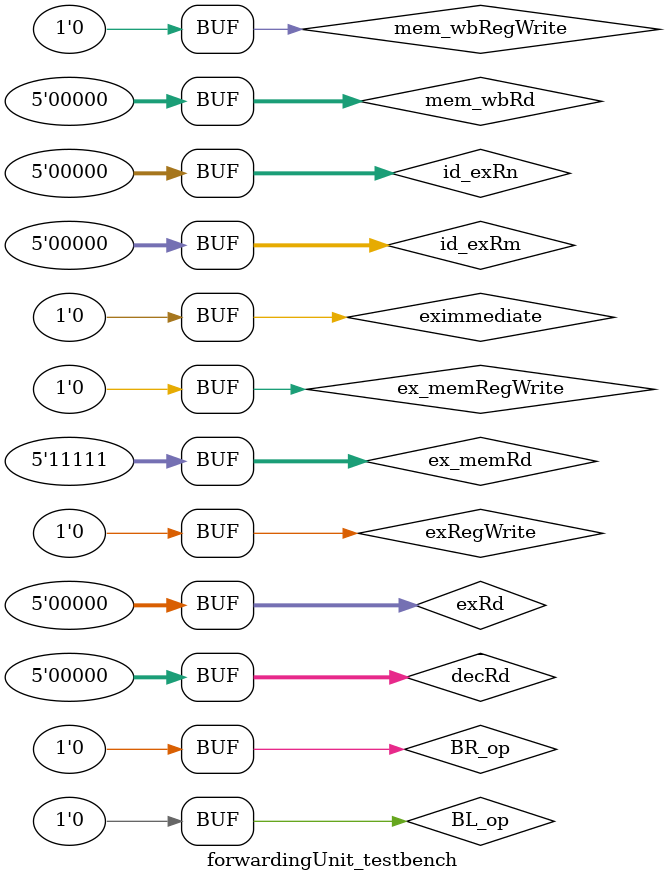
<source format=sv>
/*	The forwarding unit. Determines foward signals based on given values and conditions.
 *	Inputs include ex_memRd, id_exRn, id_exRm, mem_wbRd, decRd, exRd, if_idRn, mem_wbRegWrite, ex_memRegWrite, 
 *		eximmediate, cbzop, sturop, exRegWrite, loadop, memMemRead, wbMemRead, BR_op, and BL_op. Outputs include
 *		forwardA, forwardB, forward_br, forward_store, output logic forward_zero, forward_load, and forward_bl.
 */

`timescale 10ps/1fs
module forwardingUnit(ex_memRd, id_exRn, id_exRm, mem_wbRd, mem_wbRegWrite, ex_memRegWrite, forwardA, forwardB, 
							 eximmediate, decRd, exRd, forward_zero, cbzop, sturop, exRegWrite, forward_store, loadop, 
							 forward_load, memMemRead, if_idRn, wbMemRead, forward_br, BR_op, forward_bl, BL_op);

	/*	ex_memRd: Memory Rd
	 * id_exRn: Execute Rn 
	 * id_exRm: Execute Rm 
	 * mem_wbRd: Write Back Rd
	 * decRd: Decode Instruction Rd
	 * exRd: Execute Rd
	 * if_idRn: decode Instruction Rn
	 * mem_wbRegWrite: Write Back RegWrite
	 * ex_memRegWrite: Memory RegWrite
	 * eximmediate: Execute immediate
	 * cbzop: CBZ instruction
	 * sturop: STUR instruction
	 * exRegWrite: Execute RegWrite
	 * loadop: LDUR instruction
	 * memMemRead: Memory MemRead
	 * wbMemRead: Write Back MemRead
	 * BR_op: BR instruction
	 * BL_op: BL instruction
	 */
    input logic [4:0] ex_memRd, id_exRn, id_exRm, mem_wbRd, decRd, exRd, if_idRn; 
    input logic mem_wbRegWrite, ex_memRegWrite, eximmediate, cbzop, sturop, exRegWrite, loadop, memMemRead, 
					 wbMemRead, BR_op, BL_op;
    output logic [1:0] forwardA, forwardB, forward_br, forward_store;
	 output logic forward_zero, forward_load, forward_bl;

    // Execution hazard is when k, k + 1
    // Memory hazard is when k, k + 2
    always_comb begin
        // Forward A
        if ((ex_memRegWrite) && (ex_memRd != 5'b11111) && (ex_memRd == id_exRn)) begin
            forwardA = 2'b10; // EX Hazard
        // end else if ((ex_memRegWrite) && (ex_memRd != 5'b11111) && (ex_memRd != id_exRn) && (mem_wbRd == id_exRn)) begin
        end else if ((mem_wbRegWrite) && (mem_wbRd != 5'b11111) && (mem_wbRd != 5'b11111) && (mem_wbRd == id_exRn)) begin
            forwardA = 2'b01; // MEM Hazard
        end else begin
            forwardA = 2'b00; // no hazard
        end

        // Forward B 
        if ((ex_memRegWrite) && (ex_memRd != 5'b11111) && (ex_memRd == id_exRm) && (~eximmediate)) begin
            forwardB = 2'b10; // EX Hazard
        end else if ((mem_wbRegWrite) && (mem_wbRd != 5'b11111) && (mem_wbRd != 5'b11111) && (mem_wbRd == id_exRm) && (~eximmediate)) begin
            forwardB = 2'b01; // MEM Hazard
        end else begin
            forwardB = 2'b00; // no hazard
        end
		  
		  // Forwarding if CBZ instruction, cbz Rd = previous Rd, if the previous instruction is writing to the 
		  // register, and if that register is not X31.
		  if ((decRd == exRd) && (cbzop) && (exRegWrite == 1'b1) && (exRd != 5'b11111)) begin 
				forward_zero = 1'b1;
		   end else begin
				forward_zero = 1'b0;
			end
			
			// Forwarding if STUR instruction, stur Rd = previous Rd, and if previous instruction is writing to
			// the register.
			if ((decRd == exRd) && (sturop) && (exRegWrite == 1'b1)) begin
				forward_store = 2'b10;
			end else if ((decRd == ex_memRd) && (sturop) && (ex_memRegWrite == 1'b1)) begin
				forward_store = 2'b01;
			end else begin
				forward_store = 2'b00;
			end
			
			// Forwarding if there is a MEM hazard and if there is a LDUR instruction
			if ((forwardA == 2'b01) && (wbMemRead)) begin
				forward_load = 1'b1;
			end else begin
				forward_load = 1'b0;
			end
		
			// Forwarding if BR instruction, if BR Rd = previous Rd, and if previous instruction is writing to
			// the register.
			if ((decRd == exRd) && (BR_op) && (exRegWrite == 1'b1)) begin
				forward_br = 2'b10;
			end else if ((decRd == ex_memRd) && (BR_op) && (ex_memRegWrite == 1'b1)) begin
				forward_br = 2'b01;
			end else begin
				forward_br = 2'b00;
			end
			
			// Forwarding if BL instruction, if previous Rd (stage 3) = two instructions before Rd (stage 5),
			// and stage 5 Rd is writing to the register.
			if ((ex_memRd == id_exRn) && (exRegWrite == 1'b1) && (BL_op)) begin
				forward_bl = 1'b1;
			end else begin
				forward_bl = 1'b0;
			end

    end
endmodule

// Testbench module
module forwardingUnit_testbench();
	  logic [4:0] ex_memRd, id_exRn, id_exRm, mem_wbRd, decRd, exRd, if_idRn; 
     logic mem_wbRegWrite, ex_memRegWrite, eximmediate, cbzop, sturop, exRegWrite, loadop, memMemRead, wbMemRead, BR_op, BL_op;
     logic [1:0] forwardA, forwardB, forward_br, forward_store;
	  logic forward_zero, forward_load, forward_bl;
	
	forwardingUnit dut (.ex_memRd, .id_exRn, .id_exRm, .mem_wbRd, .mem_wbRegWrite, .ex_memRegWrite, .forwardA, .forwardB, 
							 .eximmediate, .decRd, .exRd, .forward_zero, .cbzop, .sturop, .exRegWrite, .forward_store, .loadop, 
							 .forward_load, .memMemRead, .if_idRn, .wbMemRead, .forward_br, .BR_op, .forward_bl, .BL_op);
	
	// For forwarding module, we want to ensure that various control signal values will output the expected forward results. 
	initial begin
		// Use different input combinations to ensure the forwarding logic is correct for input
		for (int i = 0; i < 32; i++) begin
			if (i < 16) begin
				ex_memRegWrite = 1; ex_memRd = i; id_exRn = i; mem_wbRegWrite = 1; mem_wbRd = i; id_exRm = i; eximmediate = 1; decRd = i; exRd = i; BR_op = 1; exRegWrite = 1; BL_op = 1; #1000;
			end else begin
				ex_memRegWrite = 0; ex_memRd = 5'b11111; id_exRn = 0; mem_wbRegWrite = 0; mem_wbRd = 0; id_exRm = 0; eximmediate = 0; decRd = 0; exRd = 0; BR_op = 0; exRegWrite = 0; BL_op = 0; #1000;
			end
		end
		
		// This time ensure that certain cases of fowarding conditions will not be true; thus, the forward values will be 0. 
		// There are also cases where forwarding conditions will cause forward values to be 1 or 2. 
		for (int i = 0; i < 32; i++) begin
			if (i < 16) begin
				ex_memRegWrite = 1; ex_memRd = i + 1; id_exRn = i; mem_wbRegWrite = 1; mem_wbRd = i; id_exRm = i + 1; eximmediate = 1; decRd = i; exRd = i + 1; BR_op = 1; exRegWrite = 1; BL_op = 1; #1000;
			end else begin
				ex_memRegWrite = 0; ex_memRd = 5'b11111; id_exRn = 0; mem_wbRegWrite = 0; mem_wbRd = 0; id_exRm = 0; eximmediate = 0; decRd = 0; exRd = 0; BR_op = 0; exRegWrite = 0; BL_op = 0; #1000;
			end
		end
	
	end
	
endmodule
</source>
